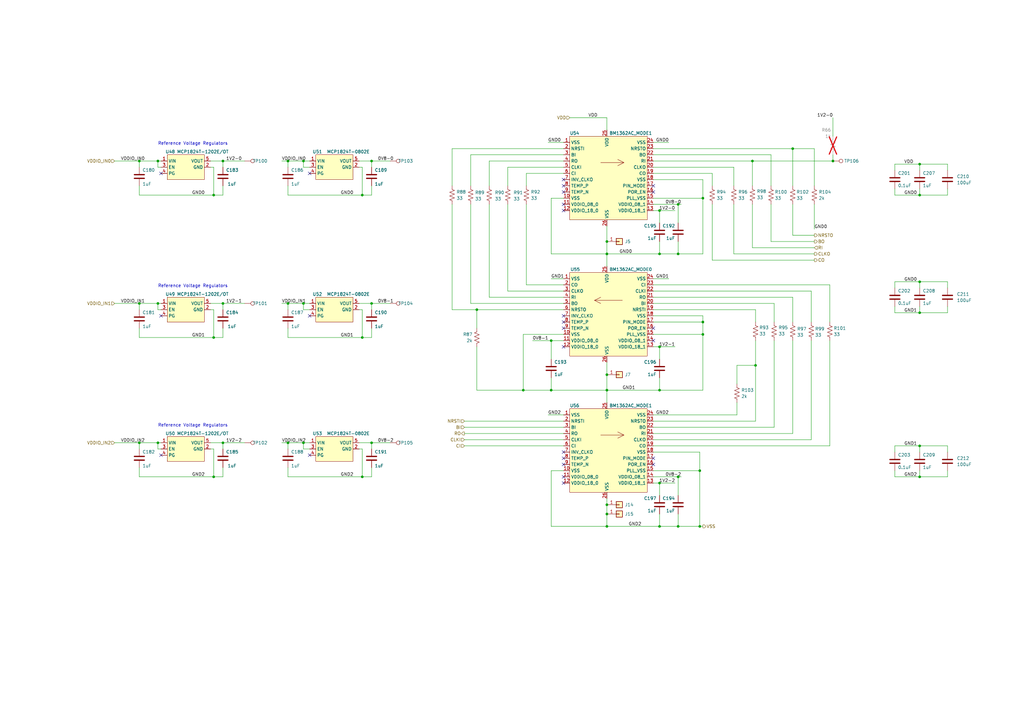
<source format=kicad_sch>
(kicad_sch (version 20250114) (generator "eeschema") (generator_version "9.0")
  (paper "A3")
  (title_block (title "emberOne/00") (date "2025-02-25") (rev "3"))
  (lib_symbols
    (symbol "Connector:TestPoint" (pin_numbers (hide yes)) (pin_names (offset 0.762) (hide yes))
      (property "Reference" "TP" (at 0 6.858 0))
      (property "Value" "TestPoint" (at 0 5.08 0))
      (symbol "TestPoint_0_1"
        (circle (center 0 3.302) (radius 0.762))
      )
      (symbol "TestPoint_1_1"
        (pin passive line (at 0 0 90) (length 2.54) (name "1") (number "1"))
      )
    )
    (symbol "Connector_Generic:Conn_01x01" (pin_names (offset 1.016) (hide yes))
      (property "Reference" "J" (at 0 2.54 0))
      (property "Value" "Conn_01x01" (at 0 -2.54 0))
      (symbol "Conn_01x01_1_1"
        (rectangle (start -1.27 1.27) (end 1.27 -1.27) (stroke (width 0.254)) (fill (type background)))
        (rectangle (start -1.27 0.127) (end 0 -0.127) (stroke (width 0.1524)))
        (pin passive line (at -5.08 0 0) (length 3.81) (name "Pin_1") (number "1"))
      )
    )
    (symbol "Device:C" (pin_numbers (hide yes)) (pin_names (offset 0.254))
      (property "Reference" "C" (at 0.635 2.54 0))
      (property "Value" "C" (at 0.635 -2.54 0))
      (symbol "C_0_1"
        (polyline (pts (xy -2.032 0.762) (xy 2.032 0.762)) (stroke (width 0.508)))
        (polyline (pts (xy -2.032 -0.762) (xy 2.032 -0.762)) (stroke (width 0.508)))
      )
      (symbol "C_1_1"
        (pin passive line (at 0 3.81 270) (length 2.794) (name "~") (number "1"))
        (pin passive line (at 0 -3.81 90) (length 2.794) (name "~") (number "2"))
      )
    )
    (symbol "Device:R_US" (pin_numbers (hide yes)) (pin_names (offset 0))
      (property "Reference" "R" (at 2.54 0 90))
      (property "Value" "R_US" (at -2.54 0 90))
      (symbol "R_US_0_1"
        (polyline (pts (xy 0 2.286) (xy 0 2.54)))
        (polyline (pts (xy 0 2.286) (xy 1.016 1.905) (xy 0 1.524) (xy -1.016 1.143) (xy 0 0.762)))
        (polyline (pts (xy 0 0.762) (xy 1.016 0.381) (xy 0 0) (xy -1.016 -0.381) (xy 0 -0.762)))
        (polyline (pts (xy 0 -0.762) (xy 1.016 -1.143) (xy 0 -1.524) (xy -1.016 -1.905) (xy 0 -2.286)))
        (polyline (pts (xy 0 -2.286) (xy 0 -2.54)))
      )
      (symbol "R_US_1_1"
        (pin passive line (at 0 3.81 270) (length 1.27) (name "~") (number "1"))
        (pin passive line (at 0 -3.81 90) (length 1.27) (name "~") (number "2"))
      )
    )
    (symbol "MCP1824_1"
      (property "Reference" "U" (at -7.62 5.08 0))
      (property "Value" "MCP1824_1" (at 5.08 5.08 0))
      (symbol "MCP1824_1_0_1"
        (rectangle (start -7.62 3.81) (end 7.62 -6.35) (stroke (width 0.1524)) (fill (type background)))
      )
      (symbol "MCP1824_1_1_0"
        (pin bidirectional line (at -10.16 1.27 0) (length 2.54) (name "VIN") (number "1"))
        (pin bidirectional line (at -10.16 -1.27 0) (length 2.54) (name "EN") (number "3"))
        (pin bidirectional line (at -10.16 -3.81 0) (length 2.54) (name "PG") (number "4"))
        (pin bidirectional line (at 10.16 1.27 180) (length 2.54) (name "VOUT") (number "5"))
        (pin bidirectional line (at 10.16 -1.27 180) (length 2.54) (name "GND") (number "2"))
      )
    )
    (symbol "bitaxe:MCP1824"
      (property "Reference" "U" (at -7.62 5.08 0))
      (property "Value" "MCP1824" (at 5.08 5.08 0))
      (symbol "MCP1824_0_1"
        (rectangle (start -7.62 3.81) (end 7.62 -6.35) (stroke (width 0.1524)) (fill (type background)))
      )
      (symbol "MCP1824_1_0"
        (pin bidirectional line (at -10.16 1.27 0) (length 2.54) (name "VIN") (number "1"))
        (pin bidirectional line (at -10.16 -1.27 0) (length 2.54) (name "EN") (number "3"))
        (pin bidirectional line (at -10.16 -3.81 0) (length 2.54) (name "PG") (number "4"))
        (pin bidirectional line (at 10.16 1.27 180) (length 2.54) (name "VOUT") (number "5"))
        (pin bidirectional line (at 10.16 -1.27 180) (length 2.54) (name "GND") (number "2"))
      )
    )
    (symbol "emberone:BM1362AC_MODE0"
      (property "Reference" "U" (at -14.732 17.78 0))
      (property "Value" "BM1362AC_MODE0" (at 9.652 17.526 0))
      (symbol "BM1362AC_MODE0_0_1"
        (polyline (pts (xy -5.08 5.08) (xy -2.54 6.35)))
        (polyline (pts (xy -5.08 5.08) (xy -2.54 3.81)))
        (polyline (pts (xy 6.35 5.08) (xy -5.08 5.08)))
      )
      (symbol "BM1362AC_MODE0_1_0"
        (pin output line (at -17.78 11.43 0) (length 2.54) (name "CO") (number "2"))
        (pin output line (at -17.78 8.89 0) (length 2.54) (name "CLKO") (number "3"))
        (pin input line (at -17.78 6.35 0) (length 2.54) (name "RI") (number "4"))
        (pin output line (at -17.78 3.81 0) (length 2.54) (name "BO") (number "5"))
        (pin output line (at -17.78 1.27 0) (length 2.54) (name "NRSTO") (number "6"))
        (pin output line (at -17.78 -1.27 0) (length 2.54) (name "INV_CLKO") (number "7"))
        (pin bidirectional line (at -17.78 -3.81 0) (length 2.54) (name "TEMP_P") (number "8"))
        (pin bidirectional line (at -17.78 -6.35 0) (length 2.54) (name "TEMP_N") (number "9"))
        (pin unspecified line (at -17.78 -8.89 0) (length 2.54) (name "VSS") (number "10"))
        (pin power_in line (at -17.78 -11.43 0) (length 2.54) (name "VDDIO_08_0") (number "11"))
        (pin power_in line (at -17.78 -13.97 0) (length 2.54) (name "VDDIO_18_0") (number "12"))
        (pin power_in line (at 0 19.05 270) (length 2.54) (name "VDD") (number "25"))
        (pin unspecified line (at 0 -20.32 90) (length 2.54) (name "VSS") (number "26"))
        (pin unspecified line (at 19.05 13.97 180) (length 2.54) (name "VSS") (number "24"))
        (pin input line (at 19.05 11.43 180) (length 2.54) (name "CI") (number "23"))
        (pin input line (at 19.05 8.89 180) (length 2.54) (name "CLKI") (number "22"))
        (pin output line (at 19.05 6.35 180) (length 2.54) (name "RO") (number "21"))
        (pin input line (at 19.05 3.81 180) (length 2.54) (name "BI") (number "20"))
        (pin input line (at 19.05 1.27 180) (length 2.54) (name "NRSTI") (number "19"))
        (pin unspecified line (at 19.05 -1.27 180) (length 2.54) (name "VSS") (number "18"))
        (pin unspecified line (at 19.05 -3.81 180) (length 2.54) (name "PIN_MODE") (number "17"))
        (pin bidirectional line (at 19.05 -6.35 180) (length 2.54) (name "POR_EN") (number "16"))
        (pin bidirectional line (at 19.05 -8.89 180) (length 2.54) (name "PLL_VSS") (number "15"))
        (pin power_in line (at 19.05 -11.43 180) (length 2.54) (name "VDDIO_08_1") (number "14"))
        (pin power_in line (at 19.05 -13.97 180) (length 2.54) (name "VDDIO_18_1") (number "13"))
      )
      (symbol "BM1362AC_MODE0_1_1"
        (rectangle (start -15.24 16.51) (end 16.51 -17.78) (fill (type background)))
        (pin unspecified line (at -17.78 13.97 0) (length 2.54) (name "VSS") (number "1"))
      )
    )
    (symbol "emberone:BM1362AC_MODE1"
      (property "Reference" "U" (at -14.732 17.78 0))
      (property "Value" "BM1362AC_MODE1" (at 10.414 17.526 0))
      (symbol "BM1362AC_MODE1_0_1"
        (polyline (pts (xy -2.54 5.715) (xy 6.985 5.715) (xy 4.445 6.985)))
        (polyline (pts (xy 6.985 5.715) (xy 4.445 4.445)))
      )
      (symbol "BM1362AC_MODE1_1_0"
        (pin input line (at -17.78 11.43 0) (length 2.54) (name "NRSTI") (number "2"))
        (pin input line (at -17.78 8.89 0) (length 2.54) (name "BI") (number "3"))
        (pin output line (at -17.78 6.35 0) (length 2.54) (name "RO") (number "4"))
        (pin input line (at -17.78 3.81 0) (length 2.54) (name "CLKI") (number "5"))
        (pin input line (at -17.78 1.27 0) (length 2.54) (name "CI") (number "6"))
        (pin output line (at -17.78 -1.27 0) (length 2.54) (name "INV_CLKO") (number "7"))
        (pin bidirectional line (at -17.78 -3.81 0) (length 2.54) (name "TEMP_P") (number "8"))
        (pin bidirectional line (at -17.78 -6.35 0) (length 2.54) (name "TEMP_N") (number "9"))
        (pin unspecified line (at -17.78 -8.89 0) (length 2.54) (name "VSS") (number "10"))
        (pin power_in line (at -17.78 -11.43 0) (length 2.54) (name "VDDIO_08_0") (number "11"))
        (pin power_in line (at -17.78 -13.97 0) (length 2.54) (name "VDDIO_18_0") (number "12"))
        (pin power_in line (at 0 19.05 270) (length 2.54) (name "VDD") (number "25"))
        (pin unspecified line (at 0 -20.32 90) (length 2.54) (name "VSS") (number "26"))
        (pin unspecified line (at 19.05 13.97 180) (length 2.54) (name "VSS") (number "24"))
        (pin output line (at 19.05 11.43 180) (length 2.54) (name "NRSTO") (number "23"))
        (pin output line (at 19.05 8.89 180) (length 2.54) (name "BO") (number "22"))
        (pin input line (at 19.05 6.35 180) (length 2.54) (name "RI") (number "21"))
        (pin output line (at 19.05 3.81 180) (length 2.54) (name "CLKO") (number "20"))
        (pin output line (at 19.05 1.27 180) (length 2.54) (name "CO") (number "19"))
        (pin unspecified line (at 19.05 -1.27 180) (length 2.54) (name "VSS") (number "18"))
        (pin unspecified line (at 19.05 -3.81 180) (length 2.54) (name "PIN_MODE") (number "17"))
        (pin bidirectional line (at 19.05 -6.35 180) (length 2.54) (name "POR_EN") (number "16"))
        (pin bidirectional line (at 19.05 -8.89 180) (length 2.54) (name "PLL_VSS") (number "15"))
        (pin power_in line (at 19.05 -11.43 180) (length 2.54) (name "VDDIO_08_1") (number "14"))
        (pin power_in line (at 19.05 -13.97 180) (length 2.54) (name "VDDIO_18_1") (number "13"))
      )
      (symbol "BM1362AC_MODE1_1_1"
        (rectangle (start -15.24 16.51) (end 16.51 -17.78) (fill (type background)))
        (pin unspecified line (at -17.78 13.97 0) (length 2.54) (name "VSS") (number "1"))
      )
    )
  )
  (text "Reference Voltage Regulators" (at 64.77 59.69 0) (effects (font (size 1.27 1.27)) (justify left bottom)))
  (text "Reference Voltage Regulators" (at 64.77 175.26 0) (effects (font (size 1.27 1.27)) (justify left bottom)))
  (text "Reference Voltage Regulators" (at 64.77 118.11 0) (effects (font (size 1.27 1.27)) (justify left bottom)))
  (junction (at 57.15 181.61) (diameter 0.9144))
  (junction (at 278.13 195.58))
  (junction (at 278.13 83.82))
  (junction (at 270.51 104.14))
  (junction (at 118.11 124.46) (diameter 0.9144))
  (junction (at 270.51 86.36))
  (junction (at 248.92 153.67))
  (junction (at 288.29 132.08))
  (junction (at 118.11 181.61) (diameter 0.9144))
  (junction (at 288.29 137.16))
  (junction (at 248.92 207.01))
  (junction (at 57.15 124.46) (diameter 0.9144))
  (junction (at 87.63 195.58) (diameter 0.9144))
  (junction (at 248.92 160.02))
  (junction (at 64.77 124.46))
  (junction (at 308.61 66.04))
  (junction (at 287.02 215.9))
  (junction (at 287.02 193.04))
  (junction (at 270.51 198.12))
  (junction (at 118.11 66.04) (diameter 0.9144))
  (junction (at 377.19 67.31))
  (junction (at 377.19 128.27))
  (junction (at 195.58 127))
  (junction (at 148.59 138.43) (diameter 0.9144))
  (junction (at 270.51 215.9))
  (junction (at 270.51 142.24))
  (junction (at 248.92 215.9))
  (junction (at 341.63 66.04))
  (junction (at 64.77 66.04))
  (junction (at 288.29 81.28))
  (junction (at 124.46 124.46))
  (junction (at 214.63 160.02))
  (junction (at 377.19 182.88))
  (junction (at 248.92 210.82))
  (junction (at 226.06 139.7))
  (junction (at 270.51 160.02))
  (junction (at 91.44 124.46) (diameter 0.9144))
  (junction (at 124.46 66.04))
  (junction (at 124.46 181.61))
  (junction (at 248.92 99.06))
  (junction (at 148.59 195.58) (diameter 0.9144))
  (junction (at 152.4 66.04) (diameter 0.9144))
  (junction (at 91.44 66.04) (diameter 0.9144))
  (junction (at 278.13 215.9))
  (junction (at 377.19 195.58))
  (junction (at 377.19 80.01))
  (junction (at 152.4 124.46) (diameter 0.9144))
  (junction (at 325.12 60.96))
  (junction (at 87.63 138.43) (diameter 0.9144))
  (junction (at 377.19 115.57))
  (junction (at 226.06 160.02))
  (junction (at 152.4 181.61) (diameter 0.9144))
  (junction (at 278.13 104.14))
  (junction (at 64.77 181.61))
  (junction (at 57.15 66.04) (diameter 0.9144))
  (junction (at 148.59 80.01) (diameter 0.9144))
  (junction (at 309.88 149.86))
  (junction (at 248.92 104.14))
  (junction (at 91.44 181.61) (diameter 0.9144))
  (junction (at 87.63 80.01) (diameter 0.9144))
  (no_connect (at 127 186.69))
  (no_connect (at 231.14 134.62))
  (no_connect (at 267.97 190.5))
  (no_connect (at 231.14 195.58))
  (no_connect (at 127 129.54))
  (no_connect (at 231.14 142.24))
  (no_connect (at 127 71.12))
  (no_connect (at 231.14 190.5))
  (no_connect (at 231.14 86.36))
  (no_connect (at 231.14 198.12))
  (no_connect (at 231.14 185.42))
  (no_connect (at 231.14 187.96))
  (no_connect (at 66.04 129.54))
  (no_connect (at 231.14 129.54))
  (no_connect (at 267.97 139.7))
  (no_connect (at 267.97 78.74))
  (no_connect (at 267.97 187.96))
  (no_connect (at 231.14 83.82))
  (no_connect (at 231.14 132.08))
  (no_connect (at 267.97 134.62))
  (no_connect (at 231.14 76.2))
  (no_connect (at 66.04 71.12))
  (no_connect (at 267.97 76.2))
  (no_connect (at 231.14 78.74))
  (no_connect (at 66.04 186.69))
  (no_connect (at 231.14 73.66))
  (wire (pts (xy 124.46 184.15) (xy 124.46 181.61)))
  (wire (pts (xy 309.88 127) (xy 309.88 132.08)))
  (wire (pts (xy 64.77 181.61) (xy 66.04 181.61)))
  (wire (pts (xy 278.13 104.14) (xy 288.29 104.14)))
  (wire (pts (xy 278.13 210.82) (xy 278.13 215.9)))
  (wire (pts (xy 215.9 71.12) (xy 231.14 71.12)))
  (wire (pts (xy 388.62 118.11) (xy 388.62 115.57)))
  (wire (pts (xy 91.44 124.46) (xy 100.33 124.46)))
  (wire (pts (xy 208.28 119.38) (xy 231.14 119.38)))
  (wire (pts (xy 325.12 139.7) (xy 325.12 177.8)))
  (wire (pts (xy 267.97 60.96) (xy 325.12 60.96)))
  (wire (pts (xy 224.79 58.42) (xy 231.14 58.42)))
  (wire (pts (xy 57.15 134.62) (xy 57.15 138.43)))
  (wire (pts (xy 190.5 172.72) (xy 231.14 172.72)))
  (wire (pts (xy 91.44 76.2) (xy 91.44 80.01)))
  (wire (pts (xy 226.06 154.94) (xy 226.06 160.02)))
  (wire (pts (xy 91.44 181.61) (xy 91.44 184.15)))
  (wire (pts (xy 91.44 66.04) (xy 91.44 68.58)))
  (wire (pts (xy 86.36 181.61) (xy 91.44 181.61)))
  (wire (pts (xy 288.29 73.66) (xy 267.97 73.66)))
  (wire (pts (xy 148.59 80.01) (xy 118.11 80.01)))
  (wire (pts (xy 308.61 101.6) (xy 334.01 101.6)))
  (wire (pts (xy 152.4 66.04) (xy 160.02 66.04)))
  (wire (pts (xy 124.46 66.04) (xy 127 66.04)))
  (wire (pts (xy 367.03 125.73) (xy 367.03 128.27)))
  (wire (pts (xy 340.36 116.84) (xy 340.36 132.08)))
  (wire (pts (xy 388.62 77.47) (xy 388.62 80.01)))
  (wire (pts (xy 195.58 142.24) (xy 195.58 160.02)))
  (wire (pts (xy 288.29 104.14) (xy 288.29 81.28)))
  (wire (pts (xy 287.02 215.9) (xy 288.29 215.9)))
  (wire (pts (xy 270.51 215.9) (xy 248.92 215.9)))
  (wire (pts (xy 231.14 68.58) (xy 208.28 68.58)))
  (wire (pts (xy 276.86 142.24) (xy 270.51 142.24)))
  (wire (pts (xy 226.06 215.9) (xy 248.92 215.9)))
  (wire (pts (xy 267.97 63.5) (xy 316.23 63.5)))
  (wire (pts (xy 278.13 83.82) (xy 278.13 91.44)))
  (wire (pts (xy 270.51 198.12) (xy 270.51 203.2)))
  (wire (pts (xy 124.46 181.61) (xy 127 181.61)))
  (wire (pts (xy 148.59 68.58) (xy 147.32 68.58)))
  (wire (pts (xy 91.44 191.77) (xy 91.44 195.58)))
  (wire (pts (xy 288.29 132.08) (xy 288.29 129.54)))
  (wire (pts (xy 64.77 184.15) (xy 66.04 184.15)))
  (wire (pts (xy 215.9 116.84) (xy 215.9 83.82)))
  (wire (pts (xy 190.5 180.34) (xy 231.14 180.34)))
  (wire (pts (xy 57.15 76.2) (xy 57.15 80.01)))
  (wire (pts (xy 147.32 181.61) (xy 152.4 181.61)))
  (wire (pts (xy 325.12 60.96) (xy 334.01 60.96)))
  (wire (pts (xy 118.11 66.04) (xy 124.46 66.04)))
  (wire (pts (xy 377.19 80.01) (xy 367.03 80.01)))
  (wire (pts (xy 377.19 195.58) (xy 388.62 195.58)))
  (wire (pts (xy 317.5 124.46) (xy 317.5 132.08)))
  (wire (pts (xy 193.04 63.5) (xy 231.14 63.5)))
  (wire (pts (xy 377.19 67.31) (xy 388.62 67.31)))
  (wire (pts (xy 334.01 60.96) (xy 334.01 76.2)))
  (wire (pts (xy 64.77 127) (xy 64.77 124.46)))
  (wire (pts (xy 152.4 181.61) (xy 160.02 181.61)))
  (wire (pts (xy 118.11 124.46) (xy 118.11 127)))
  (wire (pts (xy 267.97 121.92) (xy 325.12 121.92)))
  (wire (pts (xy 388.62 69.85) (xy 388.62 67.31)))
  (wire (pts (xy 279.4 83.82) (xy 278.13 83.82)))
  (wire (pts (xy 248.92 104.14) (xy 270.51 104.14)))
  (wire (pts (xy 367.03 67.31) (xy 377.19 67.31)))
  (wire (pts (xy 152.4 181.61) (xy 152.4 184.15)))
  (wire (pts (xy 248.92 207.01) (xy 248.92 210.82)))
  (wire (pts (xy 57.15 138.43) (xy 87.63 138.43)))
  (wire (pts (xy 377.19 182.88) (xy 388.62 182.88)))
  (wire (pts (xy 332.74 139.7) (xy 332.74 180.34)))
  (wire (pts (xy 278.13 83.82) (xy 267.97 83.82)))
  (wire (pts (xy 86.36 124.46) (xy 91.44 124.46)))
  (wire (pts (xy 215.9 76.2) (xy 215.9 71.12)))
  (wire (pts (xy 118.11 181.61) (xy 124.46 181.61)))
  (wire (pts (xy 377.19 193.04) (xy 377.19 195.58)))
  (wire (pts (xy 267.97 119.38) (xy 332.74 119.38)))
  (wire (pts (xy 226.06 114.3) (xy 231.14 114.3)))
  (wire (pts (xy 341.63 48.26) (xy 341.63 55.88)))
  (wire (pts (xy 224.79 170.18) (xy 231.14 170.18)))
  (wire (pts (xy 367.03 185.42) (xy 367.03 182.88)))
  (wire (pts (xy 190.5 177.8) (xy 231.14 177.8)))
  (wire (pts (xy 248.92 104.14) (xy 248.92 109.22)))
  (wire (pts (xy 267.97 182.88) (xy 340.36 182.88)))
  (wire (pts (xy 87.63 127) (xy 86.36 127)))
  (wire (pts (xy 87.63 127) (xy 87.63 138.43)))
  (wire (pts (xy 325.12 96.52) (xy 334.01 96.52)))
  (wire (pts (xy 325.12 60.96) (xy 325.12 76.2)))
  (wire (pts (xy 270.51 210.82) (xy 270.51 215.9)))
  (wire (pts (xy 231.14 60.96) (xy 185.42 60.96)))
  (wire (pts (xy 148.59 68.58) (xy 148.59 80.01)))
  (wire (pts (xy 152.4 76.2) (xy 152.4 80.01)))
  (wire (pts (xy 57.15 191.77) (xy 57.15 195.58)))
  (wire (pts (xy 115.57 66.04) (xy 118.11 66.04)))
  (wire (pts (xy 248.92 153.67) (xy 248.92 160.02)))
  (wire (pts (xy 388.62 125.73) (xy 388.62 128.27)))
  (wire (pts (xy 115.57 181.61) (xy 118.11 181.61)))
  (wire (pts (xy 231.14 137.16) (xy 214.63 137.16)))
  (wire (pts (xy 185.42 60.96) (xy 185.42 76.2)))
  (wire (pts (xy 57.15 66.04) (xy 64.77 66.04)))
  (wire (pts (xy 309.88 149.86) (xy 309.88 172.72)))
  (wire (pts (xy 316.23 83.82) (xy 316.23 99.06)))
  (wire (pts (xy 124.46 184.15) (xy 127 184.15)))
  (wire (pts (xy 367.03 182.88) (xy 377.19 182.88)))
  (wire (pts (xy 292.1 71.12) (xy 292.1 76.2)))
  (wire (pts (xy 152.4 66.04) (xy 152.4 68.58)))
  (wire (pts (xy 388.62 185.42) (xy 388.62 182.88)))
  (wire (pts (xy 148.59 195.58) (xy 118.11 195.58)))
  (wire (pts (xy 267.97 114.3) (xy 274.32 114.3)))
  (wire (pts (xy 377.19 195.58) (xy 367.03 195.58)))
  (wire (pts (xy 57.15 124.46) (xy 64.77 124.46)))
  (wire (pts (xy 288.29 137.16) (xy 288.29 132.08)))
  (wire (pts (xy 340.36 139.7) (xy 340.36 182.88)))
  (wire (pts (xy 87.63 184.15) (xy 86.36 184.15)))
  (wire (pts (xy 195.58 160.02) (xy 214.63 160.02)))
  (wire (pts (xy 152.4 138.43) (xy 148.59 138.43)))
  (wire (pts (xy 231.14 124.46) (xy 193.04 124.46)))
  (wire (pts (xy 152.4 124.46) (xy 160.02 124.46)))
  (wire (pts (xy 248.92 92.71) (xy 248.92 99.06)))
  (wire (pts (xy 226.06 139.7) (xy 226.06 147.32)))
  (wire (pts (xy 267.97 132.08) (xy 288.29 132.08)))
  (wire (pts (xy 270.51 86.36) (xy 267.97 86.36)))
  (wire (pts (xy 367.03 115.57) (xy 377.19 115.57)))
  (wire (pts (xy 367.03 77.47) (xy 367.03 80.01)))
  (wire (pts (xy 377.19 69.85) (xy 377.19 67.31)))
  (wire (pts (xy 152.4 124.46) (xy 152.4 127)))
  (wire (pts (xy 267.97 81.28) (xy 288.29 81.28)))
  (wire (pts (xy 87.63 68.58) (xy 86.36 68.58)))
  (wire (pts (xy 91.44 66.04) (xy 100.33 66.04)))
  (wire (pts (xy 87.63 184.15) (xy 87.63 195.58)))
  (wire (pts (xy 287.02 193.04) (xy 287.02 215.9)))
  (wire (pts (xy 86.36 66.04) (xy 91.44 66.04)))
  (wire (pts (xy 214.63 160.02) (xy 226.06 160.02)))
  (wire (pts (xy 278.13 104.14) (xy 270.51 104.14)))
  (wire (pts (xy 388.62 193.04) (xy 388.62 195.58)))
  (wire (pts (xy 278.13 215.9) (xy 287.02 215.9)))
  (wire (pts (xy 270.51 142.24) (xy 270.51 147.32)))
  (wire (pts (xy 332.74 119.38) (xy 332.74 132.08)))
  (wire (pts (xy 267.97 137.16) (xy 288.29 137.16)))
  (wire (pts (xy 270.51 86.36) (xy 270.51 91.44)))
  (wire (pts (xy 148.59 138.43) (xy 118.11 138.43)))
  (wire (pts (xy 267.97 68.58) (xy 300.99 68.58)))
  (wire (pts (xy 124.46 127) (xy 124.46 124.46)))
  (wire (pts (xy 118.11 76.2) (xy 118.11 80.01)))
  (wire (pts (xy 231.14 81.28) (xy 226.06 81.28)))
  (wire (pts (xy 316.23 99.06) (xy 334.01 99.06)))
  (wire (pts (xy 152.4 195.58) (xy 148.59 195.58)))
  (wire (pts (xy 267.97 175.26) (xy 317.5 175.26)))
  (wire (pts (xy 276.86 198.12) (xy 270.51 198.12)))
  (wire (pts (xy 270.51 160.02) (xy 288.29 160.02)))
  (wire (pts (xy 118.11 134.62) (xy 118.11 138.43)))
  (wire (pts (xy 208.28 68.58) (xy 208.28 76.2)))
  (wire (pts (xy 148.59 184.15) (xy 148.59 195.58)))
  (wire (pts (xy 185.42 127) (xy 195.58 127)))
  (wire (pts (xy 64.77 66.04) (xy 66.04 66.04)))
  (wire (pts (xy 152.4 191.77) (xy 152.4 195.58)))
  (wire (pts (xy 64.77 127) (xy 66.04 127)))
  (wire (pts (xy 226.06 81.28) (xy 226.06 104.14)))
  (wire (pts (xy 279.4 195.58) (xy 278.13 195.58)))
  (wire (pts (xy 288.29 129.54) (xy 267.97 129.54)))
  (wire (pts (xy 195.58 127) (xy 231.14 127)))
  (wire (pts (xy 302.26 149.86) (xy 309.88 149.86)))
  (wire (pts (xy 91.44 195.58) (xy 87.63 195.58)))
  (wire (pts (xy 233.68 48.26) (xy 248.92 48.26)))
  (wire (pts (xy 377.19 128.27) (xy 367.03 128.27)))
  (wire (pts (xy 64.77 68.58) (xy 64.77 66.04)))
  (wire (pts (xy 278.13 99.06) (xy 278.13 104.14)))
  (wire (pts (xy 367.03 118.11) (xy 367.03 115.57)))
  (wire (pts (xy 118.11 191.77) (xy 118.11 195.58)))
  (wire (pts (xy 57.15 181.61) (xy 57.15 184.15)))
  (wire (pts (xy 300.99 104.14) (xy 334.01 104.14)))
  (wire (pts (xy 64.77 124.46) (xy 66.04 124.46)))
  (wire (pts (xy 367.03 69.85) (xy 367.03 67.31)))
  (wire (pts (xy 267.97 127) (xy 309.88 127)))
  (wire (pts (xy 248.92 204.47) (xy 248.92 207.01)))
  (wire (pts (xy 308.61 66.04) (xy 308.61 76.2)))
  (wire (pts (xy 57.15 181.61) (xy 64.77 181.61)))
  (wire (pts (xy 190.5 182.88) (xy 231.14 182.88)))
  (wire (pts (xy 248.92 160.02) (xy 270.51 160.02)))
  (wire (pts (xy 91.44 138.43) (xy 87.63 138.43)))
  (wire (pts (xy 377.19 185.42) (xy 377.19 182.88)))
  (wire (pts (xy 57.15 195.58) (xy 87.63 195.58)))
  (wire (pts (xy 316.23 63.5) (xy 316.23 76.2)))
  (wire (pts (xy 377.19 80.01) (xy 388.62 80.01)))
  (wire (pts (xy 226.06 104.14) (xy 248.92 104.14)))
  (wire (pts (xy 334.01 83.82) (xy 334.01 93.98)))
  (wire (pts (xy 118.11 124.46) (xy 124.46 124.46)))
  (wire (pts (xy 193.04 76.2) (xy 193.04 63.5)))
  (wire (pts (xy 91.44 124.46) (xy 91.44 127)))
  (wire (pts (xy 309.88 139.7) (xy 309.88 149.86)))
  (wire (pts (xy 152.4 80.01) (xy 148.59 80.01)))
  (wire (pts (xy 200.66 83.82) (xy 200.66 121.92)))
  (wire (pts (xy 377.19 128.27) (xy 388.62 128.27)))
  (wire (pts (xy 300.99 83.82) (xy 300.99 104.14)))
  (wire (pts (xy 267.97 170.18) (xy 302.26 170.18)))
  (wire (pts (xy 292.1 106.68) (xy 334.01 106.68)))
  (wire (pts (xy 200.66 66.04) (xy 200.66 76.2)))
  (wire (pts (xy 267.97 58.42) (xy 274.32 58.42)))
  (wire (pts (xy 267.97 71.12) (xy 292.1 71.12)))
  (wire (pts (xy 148.59 184.15) (xy 147.32 184.15)))
  (wire (pts (xy 208.28 83.82) (xy 208.28 119.38)))
  (wire (pts (xy 124.46 124.46) (xy 127 124.46)))
  (wire (pts (xy 325.12 121.92) (xy 325.12 132.08)))
  (wire (pts (xy 57.15 124.46) (xy 57.15 127)))
  (wire (pts (xy 270.51 154.94) (xy 270.51 160.02)))
  (wire (pts (xy 267.97 193.04) (xy 287.02 193.04)))
  (wire (pts (xy 377.19 115.57) (xy 388.62 115.57)))
  (wire (pts (xy 377.19 125.73) (xy 377.19 128.27)))
  (wire (pts (xy 287.02 185.42) (xy 287.02 193.04)))
  (wire (pts (xy 309.88 172.72) (xy 267.97 172.72)))
  (wire (pts (xy 377.19 118.11) (xy 377.19 115.57)))
  (wire (pts (xy 317.5 139.7) (xy 317.5 175.26)))
  (wire (pts (xy 267.97 185.42) (xy 287.02 185.42)))
  (wire (pts (xy 325.12 177.8) (xy 267.97 177.8)))
  (wire (pts (xy 214.63 137.16) (xy 214.63 160.02)))
  (wire (pts (xy 377.19 77.47) (xy 377.19 80.01)))
  (wire (pts (xy 91.44 181.61) (xy 100.33 181.61)))
  (wire (pts (xy 148.59 127) (xy 148.59 138.43)))
  (wire (pts (xy 152.4 134.62) (xy 152.4 138.43)))
  (wire (pts (xy 64.77 184.15) (xy 64.77 181.61)))
  (wire (pts (xy 288.29 81.28) (xy 288.29 73.66)))
  (wire (pts (xy 248.92 148.59) (xy 248.92 153.67)))
  (wire (pts (xy 302.26 165.1) (xy 302.26 170.18)))
  (wire (pts (xy 325.12 83.82) (xy 325.12 96.52)))
  (wire (pts (xy 302.26 157.48) (xy 302.26 149.86)))
  (wire (pts (xy 248.92 53.34) (xy 248.92 48.26)))
  (wire (pts (xy 270.51 198.12) (xy 267.97 198.12)))
  (wire (pts (xy 278.13 195.58) (xy 278.13 203.2)))
  (wire (pts (xy 147.32 66.04) (xy 152.4 66.04)))
  (wire (pts (xy 270.51 215.9) (xy 278.13 215.9)))
  (wire (pts (xy 124.46 68.58) (xy 124.46 66.04)))
  (wire (pts (xy 308.61 83.82) (xy 308.61 101.6)))
  (wire (pts (xy 91.44 134.62) (xy 91.44 138.43)))
  (wire (pts (xy 267.97 66.04) (xy 308.61 66.04)))
  (wire (pts (xy 308.61 66.04) (xy 341.63 66.04)))
  (wire (pts (xy 248.92 99.06) (xy 248.92 104.14)))
  (wire (pts (xy 288.29 160.02) (xy 288.29 137.16)))
  (wire (pts (xy 300.99 68.58) (xy 300.99 76.2)))
  (wire (pts (xy 124.46 127) (xy 127 127)))
  (wire (pts (xy 276.86 86.36) (xy 270.51 86.36)))
  (wire (pts (xy 367.03 193.04) (xy 367.03 195.58)))
  (wire (pts (xy 226.06 193.04) (xy 226.06 215.9)))
  (wire (pts (xy 341.63 66.04) (xy 341.63 63.5)))
  (wire (pts (xy 231.14 66.04) (xy 200.66 66.04)))
  (wire (pts (xy 278.13 195.58) (xy 267.97 195.58)))
  (wire (pts (xy 226.06 160.02) (xy 248.92 160.02)))
  (wire (pts (xy 87.63 68.58) (xy 87.63 80.01)))
  (wire (pts (xy 185.42 83.82) (xy 185.42 127)))
  (wire (pts (xy 226.06 139.7) (xy 231.14 139.7)))
  (wire (pts (xy 64.77 68.58) (xy 66.04 68.58)))
  (wire (pts (xy 115.57 124.46) (xy 118.11 124.46)))
  (wire (pts (xy 118.11 181.61) (xy 118.11 184.15)))
  (wire (pts (xy 200.66 121.92) (xy 231.14 121.92)))
  (wire (pts (xy 46.99 124.46) (xy 57.15 124.46)))
  (wire (pts (xy 248.92 210.82) (xy 248.92 215.9)))
  (wire (pts (xy 124.46 68.58) (xy 127 68.58)))
  (wire (pts (xy 118.11 66.04) (xy 118.11 68.58)))
  (wire (pts (xy 46.99 66.04) (xy 57.15 66.04)))
  (wire (pts (xy 270.51 99.06) (xy 270.51 104.14)))
  (wire (pts (xy 231.14 116.84) (xy 215.9 116.84)))
  (wire (pts (xy 195.58 127) (xy 195.58 134.62)))
  (wire (pts (xy 57.15 80.01) (xy 87.63 80.01)))
  (wire (pts (xy 340.36 116.84) (xy 267.97 116.84)))
  (wire (pts (xy 190.5 175.26) (xy 231.14 175.26)))
  (wire (pts (xy 148.59 127) (xy 147.32 127)))
  (wire (pts (xy 193.04 124.46) (xy 193.04 83.82)))
  (wire (pts (xy 248.92 160.02) (xy 248.92 165.1)))
  (wire (pts (xy 292.1 83.82) (xy 292.1 106.68)))
  (wire (pts (xy 231.14 193.04) (xy 226.06 193.04)))
  (wire (pts (xy 147.32 124.46) (xy 152.4 124.46)))
  (wire (pts (xy 46.99 181.61) (xy 57.15 181.61)))
  (wire (pts (xy 57.15 66.04) (xy 57.15 68.58)))
  (wire (pts (xy 317.5 124.46) (xy 267.97 124.46)))
  (wire (pts (xy 91.44 80.01) (xy 87.63 80.01)))
  (wire (pts (xy 270.51 142.24) (xy 267.97 142.24)))
  (wire (pts (xy 218.44 139.7) (xy 226.06 139.7)))
  (wire (pts (xy 332.74 180.34) (xy 267.97 180.34)))
  (label "1V2-1" (at 276.86 142.24 180))
  (label "GND0" (at 370.84 115.57 0))
  (label "0V8-1" (at 154.94 124.46 0))
  (label "GND1" (at 370.84 128.27 0))
  (label "1V2-2" (at 92.71 181.61 0))
  (label "GND0" (at 224.79 58.42 0))
  (label "VDDIO_IN2" (at 115.57 181.61 0))
  (label "1V2-2" (at 276.86 198.12 180))
  (label "0V8-0" (at 154.94 66.04 0))
  (label "GND0" (at 139.7 80.01 0))
  (label "0V8-0" (at 279.4 83.82 180))
  (label "GND0" (at 78.74 80.01 0))
  (label "VDD" (at 374.65 67.31 180))
  (label "GND2" (at 78.74 195.58 0))
  (label "1V2-0" (at 92.71 66.04 0))
  (label "1V2-0" (at 341.63 48.26 180))
  (label "GND1" (at 255.27 160.02 0))
  (label "GND0" (at 254 104.14 0))
  (label "GND0" (at 334.01 93.98 0))
  (label "GND1" (at 274.32 114.3 180))
  (label "VDDIO_IN0" (at 49.53 66.04 0))
  (label "GND0" (at 370.84 80.01 0))
  (label "VDDIO_IN2" (at 49.53 181.61 0))
  (label "GND2" (at 224.79 170.18 0))
  (label "0V8-2" (at 154.94 181.61 0))
  (label "0V8-1" (at 218.44 139.7 0))
  (label "GND0" (at 274.32 58.42 180))
  (label "VDDIO_IN1" (at 115.57 124.46 0))
  (label "0V8-2" (at 279.4 195.58 180))
  (label "GND1" (at 370.84 182.88 0))
  (label "GND2" (at 139.7 195.58 0))
  (label "GND1" (at 139.7 138.43 0))
  (label "GND1" (at 78.74 138.43 0))
  (label "VDDIO_IN0" (at 115.57 66.04 0))
  (label "GND2" (at 257.81 215.9 0))
  (label "VDD" (at 245.11 48.26 180))
  (label "GND2" (at 274.32 170.18 180))
  (label "1V2-0" (at 276.86 86.36 180))
  (label "GND2" (at 370.84 195.58 0))
  (label "VDDIO_IN1" (at 49.53 124.46 0))
  (label "GND1" (at 226.06 114.3 0))
  (label "1V2-1" (at 92.71 124.46 0))
  (hierarchical_label "NRSTO" (shape output) (at 334.01 96.52 0))
  (hierarchical_label "CLKO" (shape output) (at 334.01 104.14 0))
  (hierarchical_label "VDDIO_IN0" (shape input) (at 46.99 66.04 180))
  (hierarchical_label "BI" (shape input) (at 190.5 175.26 180))
  (hierarchical_label "NRSTI" (shape input) (at 190.5 172.72 180))
  (hierarchical_label "VDDIO_IN1" (shape input) (at 46.99 124.46 180))
  (hierarchical_label "CLKI" (shape input) (at 190.5 180.34 180))
  (hierarchical_label "RI" (shape input) (at 334.01 101.6 0))
  (hierarchical_label "RO" (shape output) (at 190.5 177.8 180))
  (hierarchical_label "BO" (shape output) (at 334.01 99.06 0))
  (hierarchical_label "CO" (shape output) (at 334.01 106.68 0))
  (hierarchical_label "VDD" (shape input) (at 233.68 48.26 180))
  (hierarchical_label "VDDIO_IN2" (shape input) (at 46.99 181.61 180))
  (hierarchical_label "CI" (shape input) (at 190.5 182.88 180))
  (hierarchical_label "VSS" (shape output) (at 288.29 215.9 0))
  (symbol (lib_id "Device:C") (at 91.44 130.81 0) (unit 1)
    (property "Reference" "C184" (at 92.71 128.905 0) (effects (justify left bottom)))
    (property "Value" "1uF" (at 93.345 134.62 0) (effects (justify left bottom)))
    (property "Footprint" "Capacitor_SMD:C_0402_1005Metric" (effects (hide yes)))
    (property "DK" "587-5514-1-ND" (effects (hide yes)))
    (property "PARTNO" "EMK105BJ105MV-F" (effects (hide yes)))
  )
  (symbol (lib_id "Connector:TestPoint") (at 160.02 181.61 270) (mirror x) (unit 1) (in_bom no)
    (property "Reference" "TP105" (at 166.37 181.61 90))
    (property "Value" "TestPoint" (effects (hide yes)))
    (property "Footprint" "TestPoint:TestPoint_Pad_D1.0mm" (effects (hide yes)))
  )
  (symbol (lib_id "Device:C") (at 388.62 189.23 0) (unit 1)
    (property "Reference" "C212" (at 392.43 187.9599 0) (effects (justify left)))
    (property "Value" "100uF" (at 392.43 190.4999 0) (effects (justify left)))
    (property "Footprint" "Capacitor_SMD:C_1206_3216Metric" (effects (hide yes)))
    (property "Description" "Unpolarized capacitor" (effects (hide yes)))
    (property "DK" "1276-1782-1-ND" (effects (hide yes)))
    (property "PARTNO" "CL31A107MQHNNNE" (effects (hide yes)))
  )
  (symbol (lib_id "Connector_Generic:Conn_01x01") (at 254 207.01 0) (unit 1)
    (property "Reference" "J14" (at 256.286 207.01 0) (effects (justify left)))
    (property "Value" "Conn_01x01" (effects (hide yes)))
    (property "Footprint" "emberone:14x9_powertab_L" (effects (hide yes)))
    (property "Description" "powertab" (effects (hide yes)))
  )
  (symbol (lib_id "Connector:TestPoint") (at 160.02 124.46 270) (mirror x) (unit 1) (in_bom no)
    (property "Reference" "TP104" (at 166.37 124.46 90))
    (property "Value" "TestPoint" (effects (hide yes)))
    (property "Footprint" "TestPoint:TestPoint_Pad_D1.0mm" (effects (hide yes)))
  )
  (symbol (lib_id "Device:C") (at 57.15 130.81 0) (unit 1)
    (property "Reference" "C181" (at 58.42 128.905 0) (effects (justify left bottom)))
    (property "Value" "1uF" (at 58.42 134.62 0) (effects (justify left bottom)))
    (property "Footprint" "Capacitor_SMD:C_0402_1005Metric" (effects (hide yes)))
    (property "DK" "587-5514-1-ND" (effects (hide yes)))
    (property "PARTNO" "EMK105BJ105MV-F" (effects (hide yes)))
  )
  (symbol (lib_name "MCP1824_1") (lib_id "bitaxe:MCP1824") (at 137.16 182.88 0) (unit 1)
    (property "Reference" "U53" (at 130.175 177.8 0))
    (property "Value" "MCP1824T-0802E" (at 142.875 177.8 0))
    (property "Footprint" "Package_TO_SOT_SMD:SOT-23-5" (effects (hide yes)))
    (property "Datasheet" "https://ww1.microchip.com/downloads/en/DeviceDoc/22070a.pdf" (effects (hide yes)))
    (property "PARTNO" "MCP1824T-0802E/OT" (effects (hide yes)))
    (property "DK" "MCP1824T-0802E/OTCT-ND" (effects (hide yes)))
  )
  (symbol (lib_name "MCP1824_1") (lib_id "bitaxe:MCP1824") (at 137.16 125.73 0) (unit 1)
    (property "Reference" "U52" (at 130.175 120.65 0))
    (property "Value" "MCP1824T-0802E" (at 142.875 120.65 0))
    (property "Footprint" "Package_TO_SOT_SMD:SOT-23-5" (effects (hide yes)))
    (property "Datasheet" "https://ww1.microchip.com/downloads/en/DeviceDoc/22070a.pdf" (effects (hide yes)))
    (property "PARTNO" "MCP1824T-0802E/OT" (effects (hide yes)))
    (property "DK" "MCP1824T-0802E/OTCT-ND" (effects (hide yes)))
  )
  (symbol (lib_id "Device:R_US") (at 317.5 135.89 0) (unit 1)
    (property "Reference" "R95" (at 319.278 134.366 0) (effects (justify left)))
    (property "Value" "33" (at 319.278 136.906 0) (effects (justify left)))
    (property "Footprint" "Resistor_SMD:R_0402_1005Metric" (effects (hide yes)))
    (property "Description" "Resistor, US symbol" (effects (hide yes)))
    (property "DK" "311-33.0LRCT-ND" (effects (hide yes)))
    (property "PARTNO" "RC0402FR-0733RL" (effects (hide yes)))
  )
  (symbol (lib_id "Device:C") (at 152.4 130.81 0) (unit 1)
    (property "Reference" "C190" (at 153.67 128.905 0) (effects (justify left bottom)))
    (property "Value" "1uF" (at 153.67 134.62 0) (effects (justify left bottom)))
    (property "Footprint" "Capacitor_SMD:C_0402_1005Metric" (effects (hide yes)))
    (property "DK" "587-5514-1-ND" (effects (hide yes)))
    (property "PARTNO" "EMK105BJ105MV-F" (effects (hide yes)))
  )
  (symbol (lib_id "Device:R_US") (at 340.36 135.89 0) (unit 1)
    (property "Reference" "R101" (at 341.884 134.62 0) (effects (justify left)))
    (property "Value" "33" (at 341.884 137.16 0) (effects (justify left)))
    (property "Footprint" "Resistor_SMD:R_0402_1005Metric" (effects (hide yes)))
    (property "Description" "Resistor, US symbol" (effects (hide yes)))
    (property "DK" "311-33.0LRCT-ND" (effects (hide yes)))
    (property "PARTNO" "RC0402FR-0733RL" (effects (hide yes)))
  )
  (symbol (lib_id "Device:R_US") (at 215.9 80.01 0) (unit 1)
    (property "Reference" "R92" (at 217.678 78.74 0) (effects (justify left)))
    (property "Value" "33" (at 217.678 81.28 0) (effects (justify left)))
    (property "Footprint" "Resistor_SMD:R_0402_1005Metric" (effects (hide yes)))
    (property "Description" "Resistor, US symbol" (effects (hide yes)))
    (property "DK" "311-33.0LRCT-ND" (effects (hide yes)))
    (property "PARTNO" "RC0402FR-0733RL" (effects (hide yes)))
  )
  (symbol (lib_id "Device:C") (at 118.11 187.96 0) (unit 1)
    (property "Reference" "C188" (at 119.38 186.055 0) (effects (justify left bottom)))
    (property "Value" "1uF" (at 119.38 191.77 0) (effects (justify left bottom)))
    (property "Footprint" "Capacitor_SMD:C_0402_1005Metric" (effects (hide yes)))
    (property "DK" "587-5514-1-ND" (effects (hide yes)))
    (property "PARTNO" "EMK105BJ105MV-F" (effects (hide yes)))
  )
  (symbol (lib_id "Device:R_US") (at 300.99 80.01 0) (unit 1)
    (property "Reference" "R96" (at 302.768 78.74 0) (effects (justify left)))
    (property "Value" "33" (at 302.768 81.28 0) (effects (justify left)))
    (property "Footprint" "Resistor_SMD:R_0402_1005Metric" (effects (hide yes)))
    (property "Description" "Resistor, US symbol" (effects (hide yes)))
    (property "DK" "311-33.0LRCT-ND" (effects (hide yes)))
    (property "PARTNO" "RC0402FR-0733RL" (effects (hide yes)))
  )
  (symbol (lib_id "Device:C") (at 118.11 130.81 0) (unit 1)
    (property "Reference" "C187" (at 119.38 128.905 0) (effects (justify left bottom)))
    (property "Value" "1uF" (at 119.38 134.62 0) (effects (justify left bottom)))
    (property "Footprint" "Capacitor_SMD:C_0402_1005Metric" (effects (hide yes)))
    (property "DK" "587-5514-1-ND" (effects (hide yes)))
    (property "PARTNO" "EMK105BJ105MV-F" (effects (hide yes)))
  )
  (symbol (lib_id "Connector_Generic:Conn_01x01") (at 254 99.06 0) (unit 1)
    (property "Reference" "J5" (at 256.286 99.06 0) (effects (justify left)))
    (property "Value" "Conn_01x01" (effects (hide yes)))
    (property "Footprint" "emberone:5x9_powertab" (effects (hide yes)))
    (property "Description" "powertab" (effects (hide yes)))
  )
  (symbol (lib_id "emberone:BM1362AC_MODE1") (at 248.92 72.39 0) (unit 1)
    (property "Reference" "U54" (at 233.68 54.61 0) (effects (justify left)))
    (property "Value" "BM1362AC_MODE1" (at 249.936 54.61 0) (effects (justify left)))
    (property "Footprint" "emberone:BM1362AC" (effects (hide yes)))
  )
  (symbol (lib_id "bitaxe:MCP1824") (at 76.2 67.31 0) (unit 1)
    (property "Reference" "U48" (at 69.85 62.23 0))
    (property "Value" "MCP1824T-1202E/OT" (at 83.185 62.23 0))
    (property "Footprint" "Package_TO_SOT_SMD:SOT-23-5" (effects (hide yes)))
    (property "Datasheet" "https://ww1.microchip.com/downloads/en/DeviceDoc/22070a.pdf" (effects (hide yes)))
    (property "PARTNO" "MCP1824T-1202E/OT" (effects (hide yes)))
    (property "DK" "MCP1824T-1202E/OTCT-ND" (effects (hide yes)))
  )
  (symbol (lib_id "Device:R_US") (at 292.1 80.01 0) (unit 1)
    (property "Reference" "R94" (at 293.878 78.74 0) (effects (justify left)))
    (property "Value" "33" (at 293.878 81.28 0) (effects (justify left)))
    (property "Footprint" "Resistor_SMD:R_0402_1005Metric" (effects (hide yes)))
    (property "Description" "Resistor, US symbol" (effects (hide yes)))
    (property "DK" "311-33.0LRCT-ND" (effects (hide yes)))
    (property "PARTNO" "RC0402FR-0733RL" (effects (hide yes)))
  )
  (symbol (lib_id "bitaxe:MCP1824") (at 76.2 182.88 0) (unit 1)
    (property "Reference" "U50" (at 69.85 177.8 0))
    (property "Value" "MCP1824T-1202E/OT" (at 83.185 177.8 0))
    (property "Footprint" "Package_TO_SOT_SMD:SOT-23-5" (effects (hide yes)))
    (property "Datasheet" "https://ww1.microchip.com/downloads/en/DeviceDoc/22070a.pdf" (effects (hide yes)))
    (property "PARTNO" "MCP1824T-1202E/OT" (effects (hide yes)))
    (property "DK" "MCP1824T-1202E/OTCT-ND" (effects (hide yes)))
  )
  (symbol (lib_id "Device:C") (at 367.03 73.66 0) (unit 1)
    (property "Reference" "C201" (at 368.3 71.755 0) (effects (justify left bottom)))
    (property "Value" "0.1uF" (at 368.3 76.835 0) (effects (justify left bottom)))
    (property "Footprint" "Capacitor_SMD:C_0402_1005Metric" (effects (hide yes)))
    (property "DK" "1276-1234-1-ND" (effects (hide yes)))
    (property "PARTNO" "CL05A104KO5NNNC" (effects (hide yes)))
  )
  (symbol (lib_id "Connector_Generic:Conn_01x01") (at 254 153.67 0) (unit 1)
    (property "Reference" "J7" (at 256.286 153.67 0) (effects (justify left)))
    (property "Value" "Conn_01x01" (effects (hide yes)))
    (property "Footprint" "emberone:5x9_powertab" (effects (hide yes)))
    (property "Description" "powertab" (effects (hide yes)))
  )
  (symbol (lib_id "Device:C") (at 91.44 72.39 0) (unit 1)
    (property "Reference" "C183" (at 92.71 70.485 0) (effects (justify left bottom)))
    (property "Value" "1uF" (at 93.345 76.2 0) (effects (justify left bottom)))
    (property "Footprint" "Capacitor_SMD:C_0402_1005Metric" (effects (hide yes)))
    (property "DK" "587-5514-1-ND" (effects (hide yes)))
    (property "PARTNO" "EMK105BJ105MV-F" (effects (hide yes)))
  )
  (symbol (lib_id "Device:R_US") (at 302.26 161.29 0) (unit 1)
    (property "Reference" "R103" (at 304.038 160.02 0) (effects (justify left)))
    (property "Value" "2k" (at 304.038 162.56 0) (effects (justify left)))
    (property "Footprint" "Resistor_SMD:R_0402_1005Metric" (effects (hide yes)))
    (property "Description" "Resistor, US symbol" (effects (hide yes)))
    (property "DK" "311-2KLRCT-ND" (effects (hide yes)))
    (property "PARTNO" "RC0402FR-072KL" (effects (hide yes)))
  )
  (symbol (lib_id "Device:C") (at 57.15 72.39 0) (unit 1)
    (property "Reference" "C180" (at 58.42 70.485 0) (effects (justify left bottom)))
    (property "Value" "1uF" (at 58.42 76.2 0) (effects (justify left bottom)))
    (property "Footprint" "Capacitor_SMD:C_0402_1005Metric" (effects (hide yes)))
    (property "DK" "587-5514-1-ND" (effects (hide yes)))
    (property "PARTNO" "EMK105BJ105MV-F" (effects (hide yes)))
  )
  (symbol (lib_id "Device:C") (at 377.19 121.92 0) (unit 1)
    (property "Reference" "C208" (at 378.46 120.015 0) (effects (justify left bottom)))
    (property "Value" "1uF" (at 378.46 125.095 0) (effects (justify left bottom)))
    (property "Footprint" "Capacitor_SMD:C_0402_1005Metric" (effects (hide yes)))
    (property "DK" "587-5514-1-ND" (effects (hide yes)))
    (property "PARTNO" "EMK105BJ105MV-F" (effects (hide yes)))
  )
  (symbol (lib_id "Device:C") (at 152.4 72.39 0) (unit 1)
    (property "Reference" "C189" (at 153.67 70.485 0) (effects (justify left bottom)))
    (property "Value" "1uF" (at 153.67 76.2 0) (effects (justify left bottom)))
    (property "Footprint" "Capacitor_SMD:C_0402_1005Metric" (effects (hide yes)))
    (property "DK" "587-5514-1-ND" (effects (hide yes)))
    (property "PARTNO" "EMK105BJ105MV-F" (effects (hide yes)))
  )
  (symbol (lib_id "Device:C") (at 270.51 207.01 0) (mirror y) (unit 1)
    (property "Reference" "C197" (at 269.24 205.105 0) (effects (justify left bottom)))
    (property "Value" "1uF" (at 269.24 210.185 0) (effects (justify left bottom)))
    (property "Footprint" "Capacitor_SMD:C_0402_1005Metric" (effects (hide yes)))
    (property "DK" "587-5514-1-ND" (effects (hide yes)))
    (property "PARTNO" "EMK105BJ105MV-F" (effects (hide yes)))
  )
  (symbol (lib_id "Connector:TestPoint") (at 100.33 124.46 270) (mirror x) (unit 1) (in_bom no)
    (property "Reference" "TP101" (at 106.68 124.46 90))
    (property "Value" "TestPoint" (effects (hide yes)))
    (property "Footprint" "TestPoint:TestPoint_Pad_D1.0mm" (effects (hide yes)))
  )
  (symbol (lib_id "Device:R_US") (at 325.12 80.01 0) (unit 1)
    (property "Reference" "R102" (at 326.644 78.74 0) (effects (justify left)))
    (property "Value" "33" (at 326.644 81.28 0) (effects (justify left)))
    (property "Footprint" "Resistor_SMD:R_0402_1005Metric" (effects (hide yes)))
    (property "Description" "Resistor, US symbol" (effects (hide yes)))
    (property "DK" "311-33.0LRCT-ND" (effects (hide yes)))
    (property "PARTNO" "RC0402FR-0733RL" (effects (hide yes)))
  )
  (symbol (lib_id "Device:C") (at 388.62 121.92 0) (unit 1)
    (property "Reference" "C211" (at 392.43 120.6499 0) (effects (justify left)))
    (property "Value" "100uF" (at 392.43 123.1899 0) (effects (justify left)))
    (property "Footprint" "Capacitor_SMD:C_1206_3216Metric" (effects (hide yes)))
    (property "Description" "Unpolarized capacitor" (effects (hide yes)))
    (property "DK" "1276-1782-1-ND" (effects (hide yes)))
    (property "PARTNO" "CL31A107MQHNNNE" (effects (hide yes)))
  )
  (symbol (lib_id "Device:R_US") (at 308.61 80.01 0) (unit 1)
    (property "Reference" "R98" (at 310.388 78.486 0) (effects (justify left)))
    (property "Value" "33" (at 310.388 81.026 0) (effects (justify left)))
    (property "Footprint" "Resistor_SMD:R_0402_1005Metric" (effects (hide yes)))
    (property "Description" "Resistor, US symbol" (effects (hide yes)))
    (property "DK" "311-33.0LRCT-ND" (effects (hide yes)))
    (property "PARTNO" "RC0402FR-0733RL" (effects (hide yes)))
  )
  (symbol (lib_id "Device:C") (at 278.13 95.25 0) (mirror y) (unit 1)
    (property "Reference" "C192" (at 276.86 93.345 0) (effects (justify left bottom)))
    (property "Value" "1uF" (at 276.86 98.425 0) (effects (justify left bottom)))
    (property "Footprint" "Capacitor_SMD:C_0402_1005Metric" (effects (hide yes)))
    (property "DK" "587-5514-1-ND" (effects (hide yes)))
    (property "PARTNO" "EMK105BJ105MV-F" (effects (hide yes)))
  )
  (symbol (lib_id "Device:C") (at 118.11 72.39 0) (unit 1)
    (property "Reference" "C186" (at 119.38 70.485 0) (effects (justify left bottom)))
    (property "Value" "1uF" (at 119.38 76.2 0) (effects (justify left bottom)))
    (property "Footprint" "Capacitor_SMD:C_0402_1005Metric" (effects (hide yes)))
    (property "DK" "587-5514-1-ND" (effects (hide yes)))
    (property "PARTNO" "EMK105BJ105MV-F" (effects (hide yes)))
  )
  (symbol (lib_id "emberone:BM1362AC_MODE0") (at 248.92 128.27 0) (unit 1)
    (property "Reference" "U55" (at 233.934 110.49 0) (effects (justify left)))
    (property "Value" "BM1362AC_MODE0" (at 249.936 110.49 0) (effects (justify left)))
    (property "Footprint" "emberone:BM1362AC" (effects (hide yes)))
  )
  (symbol (lib_id "Device:C") (at 388.62 73.66 0) (unit 1)
    (property "Reference" "C210" (at 392.43 72.3899 0) (effects (justify left)))
    (property "Value" "100uF" (at 392.43 74.9299 0) (effects (justify left)))
    (property "Footprint" "Capacitor_SMD:C_1206_3216Metric" (effects (hide yes)))
    (property "Description" "Unpolarized capacitor" (effects (hide yes)))
    (property "DK" "1276-1782-1-ND" (effects (hide yes)))
    (property "PARTNO" "CL31A107MQHNNNE" (effects (hide yes)))
  )
  (symbol (lib_id "emberone:BM1362AC_MODE1") (at 248.92 184.15 0) (unit 1)
    (property "Reference" "U56" (at 233.68 166.37 0) (effects (justify left)))
    (property "Value" "BM1362AC_MODE1" (at 249.936 166.37 0) (effects (justify left)))
    (property "Footprint" "emberone:BM1362AC" (effects (hide yes)))
  )
  (symbol (lib_id "Device:C") (at 91.44 187.96 0) (unit 1)
    (property "Reference" "C185" (at 92.71 186.055 0) (effects (justify left bottom)))
    (property "Value" "1uF" (at 93.345 191.77 0) (effects (justify left bottom)))
    (property "Footprint" "Capacitor_SMD:C_0402_1005Metric" (effects (hide yes)))
    (property "DK" "587-5514-1-ND" (effects (hide yes)))
    (property "PARTNO" "EMK105BJ105MV-F" (effects (hide yes)))
  )
  (symbol (lib_id "Device:R_US") (at 316.23 80.01 0) (unit 1)
    (property "Reference" "R100" (at 317.754 78.74 0) (effects (justify left)))
    (property "Value" "33" (at 317.754 81.28 0) (effects (justify left)))
    (property "Footprint" "Resistor_SMD:R_0402_1005Metric" (effects (hide yes)))
    (property "Description" "Resistor, US symbol" (effects (hide yes)))
    (property "DK" "311-33.0LRCT-ND" (effects (hide yes)))
    (property "PARTNO" "RC0402FR-0733RL" (effects (hide yes)))
  )
  (symbol (lib_id "Device:C") (at 278.13 207.01 0) (mirror y) (unit 1)
    (property "Reference" "C194" (at 276.86 205.105 0) (effects (justify left bottom)))
    (property "Value" "1uF" (at 276.86 210.185 0) (effects (justify left bottom)))
    (property "Footprint" "Capacitor_SMD:C_0402_1005Metric" (effects (hide yes)))
    (property "DK" "587-5514-1-ND" (effects (hide yes)))
    (property "PARTNO" "EMK105BJ105MV-F" (effects (hide yes)))
  )
  (symbol (lib_id "Device:R_US") (at 185.42 80.01 0) (unit 1)
    (property "Reference" "R88" (at 187.198 78.74 0) (effects (justify left)))
    (property "Value" "33" (at 187.198 81.28 0) (effects (justify left)))
    (property "Footprint" "Resistor_SMD:R_0402_1005Metric" (effects (hide yes)))
    (property "Description" "Resistor, US symbol" (effects (hide yes)))
    (property "DK" "311-33.0LRCT-ND" (effects (hide yes)))
    (property "PARTNO" "RC0402FR-0733RL" (effects (hide yes)))
  )
  (symbol (lib_id "Device:R_US") (at 195.58 138.43 0) (mirror y) (unit 1)
    (property "Reference" "R87" (at 193.802 137.16 0) (effects (justify left)))
    (property "Value" "2k" (at 193.802 139.7 0) (effects (justify left)))
    (property "Footprint" "Resistor_SMD:R_0402_1005Metric" (effects (hide yes)))
    (property "Description" "Resistor, US symbol" (effects (hide yes)))
    (property "DK" "311-2KLRCT-ND" (effects (hide yes)))
    (property "PARTNO" "RC0402FR-072KL" (effects (hide yes)))
  )
  (symbol (lib_id "Device:R_US") (at 208.28 80.01 0) (unit 1)
    (property "Reference" "R91" (at 210.566 78.994 0) (effects (justify left)))
    (property "Value" "33" (at 210.566 81.534 0) (effects (justify left)))
    (property "Footprint" "Resistor_SMD:R_0402_1005Metric" (effects (hide yes)))
    (property "Description" "Resistor, US symbol" (effects (hide yes)))
    (property "DK" "311-33.0LRCT-ND" (effects (hide yes)))
    (property "PARTNO" "RC0402FR-0733RL" (effects (hide yes)))
  )
  (symbol (lib_id "Connector:TestPoint") (at 341.63 66.04 270) (unit 1) (in_bom no)
    (property "Reference" "TP106" (at 349.25 66.04 90))
    (property "Value" "TestPoint" (effects (hide yes)))
    (property "Footprint" "TestPoint:TestPoint_Pad_D1.0mm" (effects (hide yes)))
  )
  (symbol (lib_id "Device:C") (at 152.4 187.96 0) (unit 1)
    (property "Reference" "C191" (at 153.67 186.055 0) (effects (justify left bottom)))
    (property "Value" "1uF" (at 153.67 191.77 0) (effects (justify left bottom)))
    (property "Footprint" "Capacitor_SMD:C_0402_1005Metric" (effects (hide yes)))
    (property "DK" "587-5514-1-ND" (effects (hide yes)))
    (property "PARTNO" "EMK105BJ105MV-F" (effects (hide yes)))
  )
  (symbol (lib_id "bitaxe:MCP1824") (at 76.2 125.73 0) (unit 1)
    (property "Reference" "U49" (at 69.85 120.65 0))
    (property "Value" "MCP1824T-1202E/OT" (at 83.185 120.65 0))
    (property "Footprint" "Package_TO_SOT_SMD:SOT-23-5" (effects (hide yes)))
    (property "Datasheet" "https://ww1.microchip.com/downloads/en/DeviceDoc/22070a.pdf" (effects (hide yes)))
    (property "PARTNO" "MCP1824T-1202E/OT" (effects (hide yes)))
    (property "DK" "MCP1824T-1202E/OTCT-ND" (effects (hide yes)))
  )
  (symbol (lib_id "Device:C") (at 270.51 151.13 0) (mirror y) (unit 1)
    (property "Reference" "C196" (at 269.24 149.225 0) (effects (justify left bottom)))
    (property "Value" "1uF" (at 269.24 154.305 0) (effects (justify left bottom)))
    (property "Footprint" "Capacitor_SMD:C_0402_1005Metric" (effects (hide yes)))
    (property "DK" "587-5514-1-ND" (effects (hide yes)))
    (property "PARTNO" "EMK105BJ105MV-F" (effects (hide yes)))
  )
  (symbol (lib_id "Connector:TestPoint") (at 100.33 66.04 270) (mirror x) (unit 1) (in_bom no)
    (property "Reference" "TP100" (at 106.68 66.04 90))
    (property "Value" "TestPoint" (effects (hide yes)))
    (property "Footprint" "TestPoint:TestPoint_Pad_D1.0mm" (effects (hide yes)))
  )
  (symbol (lib_id "Device:C") (at 367.03 189.23 0) (unit 1)
    (property "Reference" "C203" (at 368.3 187.325 0) (effects (justify left bottom)))
    (property "Value" "0.1uF" (at 368.3 192.405 0) (effects (justify left bottom)))
    (property "Footprint" "Capacitor_SMD:C_0402_1005Metric" (effects (hide yes)))
    (property "DK" "1276-1234-1-ND" (effects (hide yes)))
    (property "PARTNO" "CL05A104KO5NNNC" (effects (hide yes)))
  )
  (symbol (lib_id "Device:C") (at 377.19 189.23 0) (unit 1)
    (property "Reference" "C209" (at 378.46 187.325 0) (effects (justify left bottom)))
    (property "Value" "1uF" (at 378.46 192.405 0) (effects (justify left bottom)))
    (property "Footprint" "Capacitor_SMD:C_0402_1005Metric" (effects (hide yes)))
    (property "DK" "587-5514-1-ND" (effects (hide yes)))
    (property "PARTNO" "EMK105BJ105MV-F" (effects (hide yes)))
  )
  (symbol (lib_id "Connector_Generic:Conn_01x01") (at 254 210.82 0) (unit 1)
    (property "Reference" "J15" (at 256.286 210.82 0) (effects (justify left)))
    (property "Value" "Conn_01x01" (effects (hide yes)))
    (property "Footprint" "emberone:14x9_powertab_R" (effects (hide yes)))
    (property "Description" "powertab" (effects (hide yes)))
  )
  (symbol (lib_id "Device:R_US") (at 309.88 135.89 0) (unit 1)
    (property "Reference" "R93" (at 311.404 134.366 0) (effects (justify left)))
    (property "Value" "33" (at 311.404 136.906 0) (effects (justify left)))
    (property "Footprint" "Resistor_SMD:R_0402_1005Metric" (effects (hide yes)))
    (property "Description" "Resistor, US symbol" (effects (hide yes)))
    (property "DK" "311-33.0LRCT-ND" (effects (hide yes)))
    (property "PARTNO" "RC0402FR-0733RL" (effects (hide yes)))
  )
  (symbol (lib_id "Connector:TestPoint") (at 160.02 66.04 270) (mirror x) (unit 1) (in_bom no)
    (property "Reference" "TP103" (at 166.37 66.04 90))
    (property "Value" "TestPoint" (effects (hide yes)))
    (property "Footprint" "TestPoint:TestPoint_Pad_D1.0mm" (effects (hide yes)))
  )
  (symbol (lib_id "Device:R_US") (at 341.63 59.69 0) (mirror y) (unit 1) (dnp yes)
    (property "Reference" "R66" (at 340.868 53.34 0) (effects (justify left)))
    (property "Value" "1k" (at 340.868 55.88 0) (effects (justify left)))
    (property "Footprint" "Resistor_SMD:R_0402_1005Metric" (effects (hide yes)))
    (property "Description" "Resistor, US symbol" (effects (hide yes)))
  )
  (symbol (lib_id "Connector:TestPoint") (at 100.33 181.61 270) (mirror x) (unit 1) (in_bom no)
    (property "Reference" "TP102" (at 106.68 181.61 90))
    (property "Value" "TestPoint" (effects (hide yes)))
    (property "Footprint" "TestPoint:TestPoint_Pad_D1.0mm" (effects (hide yes)))
  )
  (symbol (lib_id "Device:C") (at 226.06 151.13 0) (unit 1)
    (property "Reference" "C193" (at 227.33 149.225 0) (effects (justify left bottom)))
    (property "Value" "1uF" (at 227.33 154.305 0) (effects (justify left bottom)))
    (property "Footprint" "Capacitor_SMD:C_0402_1005Metric" (effects (hide yes)))
    (property "DK" "587-5514-1-ND" (effects (hide yes)))
    (property "PARTNO" "EMK105BJ105MV-F" (effects (hide yes)))
  )
  (symbol (lib_id "Device:R_US") (at 193.04 80.01 0) (unit 1)
    (property "Reference" "R89" (at 194.818 78.994 0) (effects (justify left)))
    (property "Value" "33" (at 194.818 81.534 0) (effects (justify left)))
    (property "Footprint" "Resistor_SMD:R_0402_1005Metric" (effects (hide yes)))
    (property "Description" "Resistor, US symbol" (effects (hide yes)))
    (property "DK" "311-33.0LRCT-ND" (effects (hide yes)))
    (property "PARTNO" "RC0402FR-0733RL" (effects (hide yes)))
  )
  (symbol (lib_id "Device:C") (at 377.19 73.66 0) (unit 1)
    (property "Reference" "C207" (at 378.46 71.755 0) (effects (justify left bottom)))
    (property "Value" "1uF" (at 378.46 76.835 0) (effects (justify left bottom)))
    (property "Footprint" "Capacitor_SMD:C_0402_1005Metric" (effects (hide yes)))
    (property "DK" "587-5514-1-ND" (effects (hide yes)))
    (property "PARTNO" "EMK105BJ105MV-F" (effects (hide yes)))
  )
  (symbol (lib_id "Device:R_US") (at 334.01 80.01 0) (unit 1)
    (property "Reference" "R104" (at 335.788 78.74 0) (effects (justify left)))
    (property "Value" "2k" (at 335.788 81.28 0) (effects (justify left)))
    (property "Footprint" "Resistor_SMD:R_0402_1005Metric" (effects (hide yes)))
    (property "Description" "Resistor, US symbol" (effects (hide yes)))
    (property "DK" "311-2KLRCT-ND" (effects (hide yes)))
    (property "PARTNO" "RC0402FR-072KL" (effects (hide yes)))
  )
  (symbol (lib_id "Device:R_US") (at 332.74 135.89 0) (unit 1)
    (property "Reference" "R99" (at 334.264 134.874 0) (effects (justify left)))
    (property "Value" "33" (at 334.264 137.414 0) (effects (justify left)))
    (property "Footprint" "Resistor_SMD:R_0402_1005Metric" (effects (hide yes)))
    (property "Description" "Resistor, US symbol" (effects (hide yes)))
    (property "DK" "311-33.0LRCT-ND" (effects (hide yes)))
    (property "PARTNO" "RC0402FR-0733RL" (effects (hide yes)))
  )
  (symbol (lib_id "Device:R_US") (at 200.66 80.01 0) (unit 1)
    (property "Reference" "R90" (at 202.946 78.994 0) (effects (justify left)))
    (property "Value" "33" (at 202.946 81.534 0) (effects (justify left)))
    (property "Footprint" "Resistor_SMD:R_0402_1005Metric" (effects (hide yes)))
    (property "Description" "Resistor, US symbol" (effects (hide yes)))
    (property "DK" "311-33.0LRCT-ND" (effects (hide yes)))
    (property "PARTNO" "RC0402FR-0733RL" (effects (hide yes)))
  )
  (symbol (lib_name "MCP1824_1") (lib_id "bitaxe:MCP1824") (at 137.16 67.31 0) (unit 1)
    (property "Reference" "U51" (at 130.175 62.23 0))
    (property "Value" "MCP1824T-0802E" (at 142.875 62.23 0))
    (property "Footprint" "Package_TO_SOT_SMD:SOT-23-5" (effects (hide yes)))
    (property "Datasheet" "https://ww1.microchip.com/downloads/en/DeviceDoc/22070a.pdf" (effects (hide yes)))
    (property "PARTNO" "MCP1824T-0802E/OT" (effects (hide yes)))
    (property "DK" "MCP1824T-0802E/OTCT-ND" (effects (hide yes)))
  )
  (symbol (lib_id "Device:C") (at 57.15 187.96 0) (unit 1)
    (property "Reference" "C182" (at 58.42 186.055 0) (effects (justify left bottom)))
    (property "Value" "1uF" (at 58.42 191.77 0) (effects (justify left bottom)))
    (property "Footprint" "Capacitor_SMD:C_0402_1005Metric" (effects (hide yes)))
    (property "DK" "587-5514-1-ND" (effects (hide yes)))
    (property "PARTNO" "EMK105BJ105MV-F" (effects (hide yes)))
  )
  (symbol (lib_id "Device:C") (at 270.51 95.25 0) (mirror y) (unit 1)
    (property "Reference" "C195" (at 269.24 93.345 0) (effects (justify left bottom)))
    (property "Value" "1uF" (at 269.24 98.425 0) (effects (justify left bottom)))
    (property "Footprint" "Capacitor_SMD:C_0402_1005Metric" (effects (hide yes)))
    (property "DK" "587-5514-1-ND" (effects (hide yes)))
    (property "PARTNO" "EMK105BJ105MV-F" (effects (hide yes)))
  )
  (symbol (lib_id "Device:R_US") (at 325.12 135.89 0) (unit 1)
    (property "Reference" "R97" (at 326.898 134.874 0) (effects (justify left)))
    (property "Value" "33" (at 326.898 137.414 0) (effects (justify left)))
    (property "Footprint" "Resistor_SMD:R_0402_1005Metric" (effects (hide yes)))
    (property "Description" "Resistor, US symbol" (effects (hide yes)))
    (property "DK" "311-33.0LRCT-ND" (effects (hide yes)))
    (property "PARTNO" "RC0402FR-0733RL" (effects (hide yes)))
  )
  (symbol (lib_id "Device:C") (at 367.03 121.92 0) (unit 1)
    (property "Reference" "C202" (at 368.3 120.015 0) (effects (justify left bottom)))
    (property "Value" "0.1uF" (at 368.3 125.095 0) (effects (justify left bottom)))
    (property "Footprint" "Capacitor_SMD:C_0402_1005Metric" (effects (hide yes)))
    (property "DK" "1276-1234-1-ND" (effects (hide yes)))
    (property "PARTNO" "CL05A104KO5NNNC" (effects (hide yes)))
  )
)
</source>
